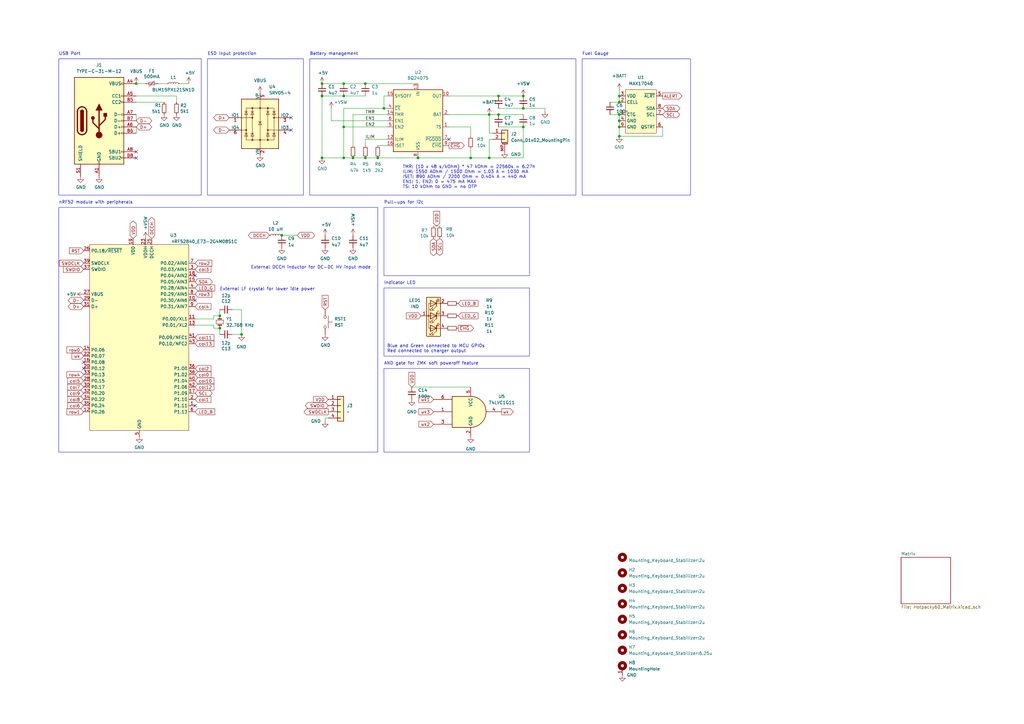
<source format=kicad_sch>
(kicad_sch (version 20231120) (generator "eeschema") (generator_version "8.0")
  (paper "A3")
  (lib_symbols
    (symbol "74xGxx:74LVC1G11"
      (property "Reference" "U" (at -5.08 10.16 0))
      (property "Value" "74LVC1G11" (at 7.62 -10.16 0))
      (symbol "74LVC1G11_1_1"
        (pin input line (at -15.24 0 0) (length 7.62) (name "~") (number "1"))
        (pin power_in line (at 0 -10.16 90) (length 3.81) (name "GND") (number "2"))
        (pin input line (at -15.24 -5.08 0) (length 7.62) (name "~") (number "3"))
        (pin output line (at 12.7 0 180) (length 6.35) (name "~") (number "4"))
        (pin power_in line (at 0 10.16 270) (length 3.81) (name "VCC") (number "5"))
        (pin input line (at -15.24 5.08 0) (length 7.62) (name "~") (number "6"))
      )
    )
    (symbol "Battery_Management:BQ24075RGT"
      (property "Reference" "U" (at -8.89 13.97 0))
      (property "Value" "BQ24075RGT" (at 16.51 13.97 0))
      (symbol "BQ24075RGT_1_1"
        (pin passive line (at 12.7 -2.54 180) (length 2.54) (name "TS") (number "1"))
        (pin power_out line (at 12.7 10.16 180) (length 2.54) (name "OUT") (number "10"))
        (pin passive line (at 12.7 10.16 180) (length 2.54) hide (name "OUT") (number "11"))
        (pin passive line (at -12.7 -7.62 0) (length 2.54) (name "ILIM") (number "12"))
        (pin power_in line (at 0 15.24 270) (length 2.54) (name "IN") (number "13"))
        (pin input line (at -12.7 2.54 0) (length 2.54) (name "TMR") (number "14"))
        (pin input line (at -12.7 10.16 0) (length 2.54) (name "SYSOFF") (number "15"))
        (pin passive line (at -12.7 -10.16 0) (length 2.54) (name "ISET") (number "16"))
        (pin passive line (at 0 -15.24 90) (length 2.54) hide (name "VSS") (number "17"))
        (pin power_out line (at 12.7 2.54 180) (length 2.54) (name "BAT") (number "2"))
        (pin passive line (at 12.7 2.54 180) (length 2.54) hide (name "BAT") (number "3"))
        (pin input line (at -12.7 5.08 0) (length 2.54) (name "~{CE}") (number "4"))
        (pin input line (at -12.7 -2.54 0) (length 2.54) (name "EN2") (number "5"))
        (pin input line (at -12.7 0 0) (length 2.54) (name "EN1") (number "6"))
        (pin open_collector line (at 12.7 -7.62 180) (length 2.54) (name "~{PGOOD}") (number "7"))
        (pin power_in line (at 0 -15.24 90) (length 2.54) (name "VSS") (number "8"))
        (pin open_collector line (at 12.7 -10.16 180) (length 2.54) (name "~{CHG}") (number "9"))
      )
    )
    (symbol "Connector:USB_C_Receptacle_USB2.0" (pin_names (offset 1.016))
      (property "Reference" "J" (at -10.16 19.05 0))
      (property "Value" "USB_C_Receptacle_USB2.0" (at 19.05 19.05 0))
      (symbol "USB_C_Receptacle_USB2.0_1_1"
        (pin passive line (at 0 -22.86 90) (length 5.08) (name "GND") (number "A1"))
        (pin passive line (at 0 -22.86 90) (length 5.08) hide (name "GND") (number "A12"))
        (pin passive line (at 15.24 15.24 180) (length 5.08) (name "VBUS") (number "A4"))
        (pin bidirectional line (at 15.24 10.16 180) (length 5.08) (name "CC1") (number "A5"))
        (pin bidirectional line (at 15.24 -2.54 180) (length 5.08) (name "D+") (number "A6"))
        (pin bidirectional line (at 15.24 2.54 180) (length 5.08) (name "D-") (number "A7"))
        (pin bidirectional line (at 15.24 -12.7 180) (length 5.08) (name "SBU1") (number "A8"))
        (pin passive line (at 15.24 15.24 180) (length 5.08) hide (name "VBUS") (number "A9"))
        (pin passive line (at 0 -22.86 90) (length 5.08) hide (name "GND") (number "B1"))
        (pin passive line (at 0 -22.86 90) (length 5.08) hide (name "GND") (number "B12"))
        (pin passive line (at 15.24 15.24 180) (length 5.08) hide (name "VBUS") (number "B4"))
        (pin bidirectional line (at 15.24 7.62 180) (length 5.08) (name "CC2") (number "B5"))
        (pin bidirectional line (at 15.24 -5.08 180) (length 5.08) (name "D+") (number "B6"))
        (pin bidirectional line (at 15.24 0 180) (length 5.08) (name "D-") (number "B7"))
        (pin bidirectional line (at 15.24 -15.24 180) (length 5.08) (name "SBU2") (number "B8"))
        (pin passive line (at 15.24 15.24 180) (length 5.08) hide (name "VBUS") (number "B9"))
        (pin passive line (at -7.62 -22.86 90) (length 5.08) (name "SHIELD") (number "S1"))
      )
    )
    (symbol "Connector_Generic:Conn_01x04" (pin_names (offset 1.016) hide)
      (property "Reference" "J" (at 0 5.08 0))
      (property "Value" "Conn_01x04" (at 0 -7.62 0))
      (symbol "Conn_01x04_1_1"
        (pin passive line (at -5.08 2.54 0) (length 3.81) (name "Pin_1") (number "1"))
        (pin passive line (at -5.08 0 0) (length 3.81) (name "Pin_2") (number "2"))
        (pin passive line (at -5.08 -2.54 0) (length 3.81) (name "Pin_3") (number "3"))
        (pin passive line (at -5.08 -5.08 0) (length 3.81) (name "Pin_4") (number "4"))
      )
    )
    (symbol "Connector_Generic_MountingPin:Conn_01x02_MountingPin" (pin_names (offset 1.016) hide)
      (property "Reference" "J" (at 0 2.54 0))
      (property "Value" "Conn_01x02_MountingPin" (at 1.27 -5.08 0))
      (symbol "Conn_01x02_MountingPin_1_1"
        (text "Mounting" (at 0 -4.191 0) (effects (font (size 0.381 0.381))))
        (pin passive line (at -5.08 0 0) (length 3.81) (name "Pin_1") (number "1"))
        (pin passive line (at -5.08 -2.54 0) (length 3.81) (name "Pin_2") (number "2"))
        (pin passive line (at 0 -7.62 90) (length 3.048) (name "MountPin") (number "MP"))
      )
    )
    (symbol "Device:C_Small" (pin_numbers hide) (pin_names (offset 0.254) hide)
      (property "Reference" "C" (at 0.254 1.778 0))
      (property "Value" "C_Small" (at 0.254 -2.032 0))
      (symbol "C_Small_1_1"
        (pin passive line (at 0 2.54 270) (length 2.032) (name "~") (number "1"))
        (pin passive line (at 0 -2.54 90) (length 2.032) (name "~") (number "2"))
      )
    )
    (symbol "Device:Crystal_Small" (pin_numbers hide) (pin_names (offset 1.016) hide)
      (property "Reference" "Y" (at 0 2.54 0))
      (property "Value" "Crystal_Small" (at 0 -2.54 0))
      (symbol "Crystal_Small_1_1"
        (pin passive line (at -2.54 0 0) (length 1.27) (name "1") (number "1"))
        (pin passive line (at 2.54 0 180) (length 1.27) (name "2") (number "2"))
      )
    )
    (symbol "Device:L_Small" (pin_numbers hide) (pin_names (offset 0.254) hide)
      (property "Reference" "L" (at 0.762 1.016 0))
      (property "Value" "L_Small" (at 0.762 -1.016 0))
      (symbol "L_Small_1_1"
        (pin passive line (at 0 2.54 270) (length 0.508) (name "~") (number "1"))
        (pin passive line (at 0 -2.54 90) (length 0.508) (name "~") (number "2"))
      )
    )
    (symbol "Device:Polyfuse_Small" (pin_numbers hide) (pin_names (offset 0))
      (property "Reference" "F" (at -1.905 0 90))
      (property "Value" "Polyfuse_Small" (at 1.905 0 90))
      (symbol "Polyfuse_Small_1_1"
        (pin passive line (at 0 2.54 270) (length 0.635) (name "~") (number "1"))
        (pin passive line (at 0 -2.54 90) (length 0.635) (name "~") (number "2"))
      )
    )
    (symbol "Device:R_Small" (pin_numbers hide) (pin_names (offset 0.254) hide)
      (property "Reference" "R" (at 0.762 0.508 0))
      (property "Value" "R_Small" (at 0.762 -1.016 0))
      (symbol "R_Small_1_1"
        (pin passive line (at 0 2.54 270) (length 0.762) (name "~") (number "1"))
        (pin passive line (at 0 -2.54 90) (length 0.762) (name "~") (number "2"))
      )
    )
    (symbol "Mechanical:MountingHole" (pin_names (offset 1.016))
      (property "Reference" "H" (at 0 5.08 0))
      (property "Value" "MountingHole" (at 0 3.175 0))
    )
    (symbol "MountingHole_1" (pin_names (offset 1.016))
      (property "Reference" "H7" (at 2.54 1.2701 0))
      (property "Value" "MountingHole" (at 2.54 -1.2699 0))
      (symbol "MountingHole_1_0_0"
        (text "" (at 5.08 -1.27 0) (effects (font (size 1.27 1.27))))
        (text "" (at 5.08 1.27 0) (effects (font (size 1.27 1.27))))
      )
      (symbol "MountingHole_1_1_1"
        (pin input line (at 0 -3.81 90) (length 2.54) (name "") (number "1"))
      )
    )
    (symbol "PCM_marbastlib-various:LED_MHT151RGBCT" (pin_names (offset 0) hide)
      (property "Reference" "LED" (at 0 9.398 0))
      (property "Value" "LED_MHT151RGBCT" (at 0 -8.89 0))
      (symbol "LED_MHT151RGBCT_0_0"
        (text "B" (at -1.905 -6.35 0) (effects (font (size 1.27 1.27))))
        (text "G" (at -1.905 -1.27 0) (effects (font (size 1.27 1.27))))
        (text "R" (at -1.905 3.81 0) (effects (font (size 1.27 1.27))))
      )
      (symbol "LED_MHT151RGBCT_1_1"
        (pin passive line (at 5.08 0 180) (length 2.54) (name "A") (number "1"))
        (pin passive line (at -5.08 -5.08 0) (length 2.54) (name "BK") (number "2"))
        (pin passive line (at -5.08 0 0) (length 2.54) (name "GK") (number "3"))
        (pin passive line (at -5.08 5.08 0) (length 2.54) (name "RK") (number "4"))
      )
    )
    (symbol "PCM_marbastlib-various:SRV05-4" (pin_names (offset 0))
      (property "Reference" "U" (at -5.08 11.43 0))
      (property "Value" "SRV05-4" (at 2.54 11.43 0))
      (symbol "SRV05-4_1_1"
        (pin passive line (at -12.7 2.54 0) (length 5.08) (name "IO1") (number "1"))
        (pin passive line (at 0 -12.7 90) (length 2.54) (name "VN") (number "2"))
        (pin passive line (at 12.7 2.54 180) (length 5.08) (name "IO2") (number "3"))
        (pin passive line (at 12.7 -2.54 180) (length 5.08) (name "IO3") (number "4"))
        (pin passive line (at 0 12.7 270) (length 2.54) (name "VP") (number "5"))
        (pin passive line (at -12.7 -2.54 0) (length 5.08) (name "IO4") (number "6"))
      )
    )
    (symbol "PCM_marbastlib-various:nRF52840_E73-2G4M08S1C"
      (property "Reference" "U" (at 13.97 41.91 0))
      (property "Value" "nRF52840_E73-2G4M08S1C" (at 26.67 39.37 0))
      (symbol "nRF52840_E73-2G4M08S1C_0_0"
        (pin bidirectional line (at 22.86 -27.94 180) (length 2.54) (name "P1.11") (number "1"))
        (pin power_in line (at 22.86 15.24 180) (length 2.54) (name "P0.30/AIN6") (number "10"))
        (pin bidirectional line (at 22.86 7.62 180) (length 2.54) (name "P0.00/XL1") (number "11"))
        (pin bidirectional line (at -22.86 -30.48 0) (length 2.54) (name "P0.26") (number "12"))
        (pin bidirectional line (at 22.86 5.08 180) (length 2.54) (name "P0.01/XL2") (number "13"))
        (pin bidirectional line (at -22.86 -5.08 0) (length 2.54) (name "P0.06") (number "14"))
        (pin bidirectional line (at 22.86 22.86 180) (length 2.54) (name "P0.05/AIN3") (number "15"))
        (pin bidirectional line (at -22.86 -10.16 0) (length 2.54) (name "P0.08") (number "16"))
        (pin bidirectional line (at 22.86 -22.86 180) (length 2.54) (name "P1.09") (number "17"))
        (pin bidirectional line (at 22.86 25.4 180) (length 2.54) (name "P0.04/AIN2") (number "18"))
        (pin bidirectional line (at -2.54 40.64 270) (length 2.54) (name "VDD") (number "19"))
        (pin bidirectional line (at 22.86 -25.4 180) (length 2.54) (name "P1.10") (number "2"))
        (pin bidirectional line (at -22.86 -12.7 0) (length 2.54) (name "P0.12") (number "20"))
        (pin bidirectional line (at -22.86 -7.62 0) (length 2.54) (name "P0.07") (number "22"))
        (pin bidirectional line (at 2.54 40.64 270) (length 2.54) (name "VDDH") (number "23"))
        (pin bidirectional line (at 5.08 40.64 270) (length 2.54) (name "DCCH") (number "25"))
        (pin input line (at -22.86 17.78 0) (length 2.54) (name "VBUS") (number "27"))
        (pin bidirectional line (at -22.86 -17.78 0) (length 2.54) (name "P0.15") (number "28"))
        (pin bidirectional line (at -22.86 15.24 0) (length 2.54) (name "D-") (number "29"))
        (pin bidirectional line (at 22.86 27.94 180) (length 2.54) (name "P0.03/AIN1") (number "3"))
        (pin bidirectional line (at -22.86 -20.32 0) (length 2.54) (name "P0.17") (number "30"))
        (pin bidirectional line (at -22.86 12.7 0) (length 2.54) (name "D+") (number "31"))
        (pin bidirectional line (at -22.86 -22.86 0) (length 2.54) (name "P0.20") (number "32"))
        (pin bidirectional line (at -22.86 -15.24 0) (length 2.54) (name "P0.13") (number "33"))
        (pin bidirectional line (at -22.86 -25.4 0) (length 2.54) (name "P0.22") (number "34"))
        (pin bidirectional line (at -22.86 -27.94 0) (length 2.54) (name "P0.24") (number "35"))
        (pin bidirectional line (at 22.86 -12.7 180) (length 2.54) (name "P1.00") (number "36"))
        (pin bidirectional line (at -22.86 27.94 0) (length 2.54) (name "SWDIO") (number "37"))
        (pin bidirectional line (at 22.86 -15.24 180) (length 2.54) (name "P1.02") (number "38"))
        (pin power_in line (at -22.86 30.48 0) (length 2.54) (name "SWDCLK") (number "39"))
        (pin bidirectional line (at 22.86 20.32 180) (length 2.54) (name "P0.28/AIN4") (number "4"))
        (pin bidirectional line (at 22.86 -17.78 180) (length 2.54) (name "P1.04") (number "40"))
        (pin bidirectional line (at 22.86 0 180) (length 2.54) (name "P0.09/NFC1") (number "41"))
        (pin power_in line (at 22.86 -20.32 180) (length 2.54) (name "P1.06") (number "42"))
        (pin power_in line (at 22.86 -2.54 180) (length 2.54) (name "P0.10/NFC2") (number "43"))
        (pin bidirectional line (at 22.86 -30.48 180) (length 2.54) (name "P1.13") (number "6"))
        (pin bidirectional line (at 22.86 30.48 180) (length 2.54) (name "P0.02/AIN0") (number "7"))
        (pin bidirectional line (at 22.86 17.78 180) (length 2.54) (name "P0.29/AIN5") (number "8"))
        (pin power_in line (at 22.86 12.7 180) (length 2.54) (name "P0.31/AIN7") (number "9"))
      )
      (symbol "nRF52840_E73-2G4M08S1C_1_0"
        (pin passive line (at 0 -40.64 90) (length 2.54) hide (name "GND") (number "21"))
        (pin passive line (at 0 -40.64 90) (length 2.54) hide (name "GND") (number "24"))
        (pin bidirectional line (at -22.86 35.56 0) (length 2.54) (name "P0.18/~{RESET}") (number "26"))
        (pin power_in line (at 0 -40.64 90) (length 2.54) (name "GND") (number "5"))
      )
    )
    (symbol "Switch:SW_Push" (pin_numbers hide) (pin_names (offset 1.016) hide)
      (property "Reference" "SW" (at 1.27 2.54 0))
      (property "Value" "SW_Push" (at 0 -1.524 0))
      (symbol "SW_Push_0_1"
        (pin passive line (at -5.08 0 0) (length 2.54) (name "1") (number "1"))
        (pin passive line (at 5.08 0 180) (length 2.54) (name "2") (number "2"))
      )
    )
    (symbol "marbastlib-various:MAX17048"
      (property "Reference" "U" (at 0 10.16 0))
      (property "Value" "MAX17048" (at 0 -10.16 0))
      (symbol "MAX17048_0_0"
        (pin power_in line (at -8.89 -1.27 0) (length 2.54) (name "CTG") (number "1"))
        (pin power_in line (at -8.89 3.81 0) (length 2.54) (name "CELL") (number "2"))
        (pin power_in line (at -8.89 6.35 0) (length 2.54) (name "VDD") (number "3"))
        (pin power_in line (at -8.89 -3.81 0) (length 2.54) (name "GND") (number "4"))
        (pin open_collector line (at 8.89 6.35 180) (length 2.54) (name "~{ALRT}") (number "5"))
        (pin input line (at 8.89 -6.35 180) (length 2.54) (name "QSTRT") (number "6"))
        (pin bidirectional line (at 8.89 -1.27 180) (length 2.54) (name "SCL") (number "7"))
        (pin bidirectional line (at 8.89 1.27 180) (length 2.54) (name "SDA") (number "8"))
        (pin power_in line (at -8.89 -6.35 0) (length 2.54) (name "GND") (number "9"))
      )
    )
    (symbol "power:+5V" (power) (pin_names (offset 0))
      (property "Value" "+5V" (at 0 3.556 0))
      (symbol "+5V_1_1"
        (pin power_in line (at 0 0 90) (length 0) hide (name "+5V") (number "1"))
      )
    )
    (symbol "power:+BATT" (power) (pin_names (offset 0))
      (property "Value" "+BATT" (at 0 3.556 0))
      (symbol "+BATT_1_1"
        (pin power_in line (at 0 0 90) (length 0) hide (name "+BATT") (number "1"))
      )
    )
    (symbol "power:+VSW" (power) (pin_names (offset 0))
      (property "Value" "+VSW" (at 0 3.556 0))
      (symbol "+VSW_1_1"
        (pin power_in line (at 0 0 90) (length 0) hide (name "+VSW") (number "1"))
      )
    )
    (symbol "power:GND" (power) (pin_names (offset 0))
      (property "Value" "GND" (at 0 -3.81 0))
      (symbol "GND_1_1"
        (pin power_in line (at 0 0 270) (length 0) hide (name "GND") (number "1"))
      )
    )
    (symbol "power:VBUS" (power) (pin_names (offset 0))
      (property "Value" "VBUS" (at 0 3.81 0))
      (symbol "VBUS_1_1"
        (pin power_in line (at 0 0 90) (length 0) hide (name "VBUS") (number "1"))
      )
    )
  )
  (junction (at 254 41.91))
  (junction (at 200.66 46.99))
  (junction (at 140.97 34.29))
  (junction (at 254 55.88))
  (junction (at 149.86 64.77) (diameter 0.9144))
  (junction (at 115.57 96.52))
  (junction (at 214.63 39.37))
  (junction (at 140.97 64.77) (diameter 0.9144))
  (junction (at 204.47 46.99) (diameter 0.9144))
  (junction (at 140.97 39.37))
  (junction (at 254 49.53))
  (junction (at 254 39.37))
  (junction (at 90.17 134.62))
  (junction (at 171.45 64.77) (diameter 0.9144))
  (junction (at 55.88 34.29))
  (junction (at 154.94 64.77) (diameter 0.9144))
  (junction (at 200.66 64.77))
  (junction (at 254 52.07))
  (junction (at 204.47 39.37) (diameter 0.9144))
  (junction (at 132.08 39.37))
  (junction (at 99.06 137.16))
  (junction (at 132.08 64.77) (diameter 0.9144))
  (junction (at 149.86 34.29))
  (junction (at 90.17 129.54))
  (junction (at 214.63 44.45) (diameter 0.9144))
  (junction (at 254 46.99))
  (junction (at 140.97 52.07) (diameter 0.9144))
  (junction (at 214.63 52.07) (diameter 0.9144))
  (junction (at 157.48 44.45))
  (junction (at 193.04 64.77))
  (junction (at 144.78 64.77) (diameter 0.9144))
  (junction (at 132.08 34.29))
  (no_connect (at 34.29 148.59))
  (no_connect (at 34.29 151.13))
  (no_connect (at 119.38 48.26))
  (no_connect (at 80.01 166.37))
  (no_connect (at 119.38 53.34))
  (no_connect (at 80.01 113.03))
  (no_connect (at 80.01 123.19))
  (no_connect (at 55.88 62.23))
  (no_connect (at 55.88 64.77))
  (no_connect (at 184.15 57.15))
  (wire (pts (xy 154.94 64.77) (xy 171.45 64.77)))
  (wire (pts (xy 204.47 39.37) (xy 214.63 39.37)))
  (wire (pts (xy 95.25 127) (xy 99.06 127)))
  (wire (pts (xy 254 52.07) (xy 254 55.88)))
  (wire (pts (xy 250.19 46.99) (xy 254 46.99)))
  (wire (pts (xy 87.63 130.81) (xy 87.63 129.54)))
  (wire (pts (xy 254 36.83) (xy 254 39.37)))
  (wire (pts (xy 168.91 158.75) (xy 193.04 158.75)))
  (wire (pts (xy 250.19 41.91) (xy 254 41.91)))
  (wire (pts (xy 223.52 45.72) (xy 223.52 44.45)))
  (wire (pts (xy 140.97 64.77) (xy 144.78 64.77)))
  (wire (pts (xy 144.78 46.99) (xy 158.75 46.99)))
  (wire (pts (xy 64.77 34.29) (xy 68.58 34.29)))
  (wire (pts (xy 271.78 52.07) (xy 271.78 55.88)))
  (wire (pts (xy 200.66 46.99) (xy 200.66 54.61)))
  (wire (pts (xy 133.35 171.45) (xy 134.62 171.45)))
  (wire (pts (xy 140.97 34.29) (xy 149.86 34.29)))
  (wire (pts (xy 193.04 60.96) (xy 193.04 64.77)))
  (wire (pts (xy 149.86 57.15) (xy 158.75 57.15)))
  (wire (pts (xy 184.15 52.07) (xy 193.04 52.07)))
  (wire (pts (xy 200.66 57.15) (xy 200.66 64.77)))
  (wire (pts (xy 135.89 49.53) (xy 158.75 49.53)))
  (wire (pts (xy 193.04 64.77) (xy 200.66 64.77)))
  (wire (pts (xy 201.93 54.61) (xy 200.66 54.61)))
  (wire (pts (xy 55.88 49.53) (xy 55.88 46.99)))
  (wire (pts (xy 144.78 46.99) (xy 144.78 59.69)))
  (wire (pts (xy 132.08 34.29) (xy 140.97 34.29)))
  (wire (pts (xy 133.35 172.72) (xy 133.35 171.45)))
  (wire (pts (xy 204.47 52.07) (xy 214.63 52.07)))
  (wire (pts (xy 157.48 39.37) (xy 157.48 44.45)))
  (wire (pts (xy 200.66 46.99) (xy 204.47 46.99)))
  (wire (pts (xy 271.78 55.88) (xy 254 55.88)))
  (wire (pts (xy 132.08 64.77) (xy 132.08 39.37)))
  (wire (pts (xy 149.86 64.77) (xy 154.94 64.77)))
  (wire (pts (xy 157.48 39.37) (xy 158.75 39.37)))
  (wire (pts (xy 55.88 52.07) (xy 55.88 54.61)))
  (wire (pts (xy 201.93 57.15) (xy 200.66 57.15)))
  (wire (pts (xy 144.78 64.77) (xy 149.86 64.77)))
  (wire (pts (xy 140.97 44.45) (xy 157.48 44.45)))
  (wire (pts (xy 99.06 127) (xy 99.06 137.16)))
  (wire (pts (xy 115.57 96.52) (xy 121.92 96.52)))
  (wire (pts (xy 132.08 64.77) (xy 140.97 64.77)))
  (wire (pts (xy 154.94 59.69) (xy 158.75 59.69)))
  (wire (pts (xy 55.88 34.29) (xy 59.69 34.29)))
  (wire (pts (xy 95.25 137.16) (xy 99.06 137.16)))
  (wire (pts (xy 140.97 39.37) (xy 149.86 39.37)))
  (wire (pts (xy 184.15 46.99) (xy 200.66 46.99)))
  (wire (pts (xy 55.88 41.91) (xy 67.31 41.91)))
  (wire (pts (xy 80.01 133.35) (xy 87.63 133.35)))
  (wire (pts (xy 254 49.53) (xy 254 52.07)))
  (wire (pts (xy 72.39 39.37) (xy 72.39 41.91)))
  (wire (pts (xy 73.66 34.29) (xy 77.47 34.29)))
  (wire (pts (xy 80.01 130.81) (xy 87.63 130.81)))
  (wire (pts (xy 149.86 57.15) (xy 149.86 59.69)))
  (wire (pts (xy 140.97 52.07) (xy 158.75 52.07)))
  (wire (pts (xy 204.47 44.45) (xy 214.63 44.45)))
  (wire (pts (xy 55.88 39.37) (xy 72.39 39.37)))
  (wire (pts (xy 149.86 34.29) (xy 171.45 34.29)))
  (wire (pts (xy 135.89 49.53) (xy 135.89 44.45)))
  (wire (pts (xy 140.97 44.45) (xy 140.97 52.07)))
  (wire (pts (xy 223.52 44.45) (xy 214.63 44.45)))
  (wire (pts (xy 177.8 92.71) (xy 180.34 92.71)))
  (wire (pts (xy 140.97 52.07) (xy 140.97 64.77)))
  (wire (pts (xy 254 39.37) (xy 254 41.91)))
  (wire (pts (xy 171.45 64.77) (xy 193.04 64.77)))
  (wire (pts (xy 193.04 55.88) (xy 193.04 52.07)))
  (wire (pts (xy 214.63 64.77) (xy 214.63 52.07)))
  (wire (pts (xy 87.63 129.54) (xy 90.17 129.54)))
  (wire (pts (xy 200.66 64.77) (xy 214.63 64.77)))
  (wire (pts (xy 254 46.99) (xy 254 49.53)))
  (wire (pts (xy 157.48 44.45) (xy 158.75 44.45)))
  (wire (pts (xy 87.63 133.35) (xy 87.63 134.62)))
  (wire (pts (xy 132.08 39.37) (xy 140.97 39.37)))
  (wire (pts (xy 184.15 39.37) (xy 204.47 39.37)))
  (wire (pts (xy 204.47 46.99) (xy 214.63 46.99)))
  (wire (pts (xy 90.17 134.62) (xy 90.17 137.16)))
  (wire (pts (xy 90.17 127) (xy 90.17 129.54)))
  (wire (pts (xy 87.63 134.62) (xy 90.17 134.62)))
  (rectangle (start 85.09 24.13) (end 124.46 80.01))
  (rectangle (start 157.48 118.11) (end 217.17 146.05))
  (rectangle (start 157.48 85.09) (end 217.17 113.03))
  (rectangle (start 238.76 24.13) (end 283.21 80.01))
  (rectangle (start 157.48 151.13) (end 217.17 185.42))
  (rectangle (start 24.13 85.09) (end 154.94 185.42))
  (rectangle (start 24.13 24.13) (end 82.55 80.01))
  (rectangle (start 127 24.13) (end 236.22 80.01))
  (text "Blue and Green connected to MCU GPIOs\nRed connected to charger output" (at 158.75 144.78 0) (effects (font (size 1.27 1.27)) (justify left bottom)))
  (text "AND gate for ZMK soft poweroff feature" (at 157.48 149.86 0) (effects (font (size 1.27 1.27)) (justify left bottom)))
  (text "Fuel Gauge" (at 238.76 22.86 0) (effects (font (size 1.27 1.27)) (justify left bottom)))
  (text "USB Port" (at 24.13 22.86 0) (effects (font (size 1.27 1.27)) (justify left bottom)))
  (text "TMR: (10 x 48 s/kOhm) * 47 kOhm = 22560s = 6.27h\nILIM: 1550 AOhm / 1500 Ohm = 1.03 A = 1030 mA\nISET: 890 AOhm / 2200 Ohm = 0.404 A = 440 mA\nEN1: 1, EN2: 0 = 475 mA MAX\nTS: 10 kOhm to GND = no OTP" (at 165.1 77.47 0) (effects (font (size 1.27 1.27)) (justify left bottom)))
  (text "External DCCH inductor for DC-DC HV input mode" (at 102.87 110.49 0) (effects (font (size 1.27 1.27)) (justify left bottom)))
  (text "Indicator LED" (at 157.48 116.84 0) (effects (font (size 1.27 1.27)) (justify left bottom)))
  (text "External LF crystal for lower idle power" (at 90.17 119.38 0) (effects (font (size 1.27 1.27)) (justify left bottom)))
  (text "Pull-ups for i2c" (at 157.48 83.82 0) (effects (font (size 1.27 1.27)) (justify left bottom)))
  (text "ESD input protection" (at 85.09 22.86 0) (effects (font (size 1.27 1.27)) (justify left bottom)))
  (text "nRF52 module with peripherals" (at 24.13 83.82 0) (effects (font (size 1.27 1.27)) (justify left bottom)))
  (text "Battery management" (at 127 22.86 0) (effects (font (size 1.27 1.27)) (justify left bottom)))
  (label "ILIM" (at 149.86 57.15 0))
  (label "EN1" (at 149.86 49.53 0))
  (label "TMR" (at 149.86 46.99 0))
  (label "EN2" (at 149.86 52.07 0))
  (global_label "wk" (shape output) (at 205.74 168.91 0) (property "Intersheetrefs" "${INTERSHEET_REFS}" (effects (hide yes))))
  (global_label "VDD" (shape bidirectional) (at 121.92 96.52 0) (property "Intersheetrefs" "${INTERSHEET_REFS}" (effects (hide yes))))
  (global_label "row4" (shape input) (at 34.29 153.67 180) (property "Intersheetrefs" "${INTERSHEET_REFS}" (effects (hide yes))))
  (global_label "SDA" (shape bidirectional) (at 177.8 97.79 270) (property "Intersheetrefs" "${INTERSHEET_REFS}" (effects (hide yes))))
  (global_label "D+" (shape bidirectional) (at 34.29 125.73 180) (property "Intersheetrefs" "${INTERSHEET_REFS}" (effects (hide yes))))
  (global_label "VDD" (shape input) (at 172.72 129.54 180) (property "Intersheetrefs" "${INTERSHEET_REFS}" (effects (hide yes))))
  (global_label "LED_B" (shape input) (at 187.96 124.46 0) (property "Intersheetrefs" "${INTERSHEET_REFS}" (effects (hide yes))))
  (global_label "~{CHG}" (shape output) (at 187.96 134.62 0) (property "Intersheetrefs" "${INTERSHEET_REFS}" (effects (hide yes))))
  (global_label "row2" (shape input) (at 80.01 107.95 0) (property "Intersheetrefs" "${INTERSHEET_REFS}" (effects (hide yes))))
  (global_label "SWDIO" (shape input) (at 34.29 110.49 180) (property "Intersheetrefs" "${INTERSHEET_REFS}" (effects (hide yes))))
  (global_label "col6" (shape input) (at 34.29 166.37 180) (property "Intersheetrefs" "${INTERSHEET_REFS}" (effects (hide yes))))
  (global_label "row0" (shape input) (at 34.29 143.51 180) (property "Intersheetrefs" "${INTERSHEET_REFS}" (effects (hide yes))))
  (global_label "DCCH" (shape bidirectional) (at 62.23 97.79 90) (property "Intersheetrefs" "${INTERSHEET_REFS}" (effects (hide yes))))
  (global_label "RST" (shape input) (at 34.29 102.87 180) (property "Intersheetrefs" "${INTERSHEET_REFS}" (effects (hide yes))))
  (global_label "SDA" (shape bidirectional) (at 271.78 44.45 0) (property "Intersheetrefs" "${INTERSHEET_REFS}" (effects (hide yes))))
  (global_label "wk3" (shape input) (at 177.8 168.91 180) (property "Intersheetrefs" "${INTERSHEET_REFS}" (effects (hide yes))))
  (global_label "row3" (shape input) (at 80.01 120.65 0) (property "Intersheetrefs" "${INTERSHEET_REFS}" (effects (hide yes))))
  (global_label "SCL" (shape bidirectional) (at 80.01 161.29 0) (property "Intersheetrefs" "${INTERSHEET_REFS}" (effects (hide yes))))
  (global_label "~{CHG}" (shape output) (at 184.15 59.69 0) (property "Intersheetrefs" "${INTERSHEET_REFS}" (effects (hide yes))))
  (global_label "LED_G" (shape input) (at 80.01 118.11 0) (property "Intersheetrefs" "${INTERSHEET_REFS}" (effects (hide yes))))
  (global_label "SWDIO" (shape bidirectional) (at 134.62 166.37 180) (property "Intersheetrefs" "${INTERSHEET_REFS}" (effects (hide yes))))
  (global_label "LED_G" (shape input) (at 187.96 129.54 0) (property "Intersheetrefs" "${INTERSHEET_REFS}" (effects (hide yes))))
  (global_label "col13" (shape input) (at 80.01 140.97 0) (property "Intersheetrefs" "${INTERSHEET_REFS}" (effects (hide yes))))
  (global_label "col2" (shape input) (at 80.01 151.13 0) (property "Intersheetrefs" "${INTERSHEET_REFS}" (effects (hide yes))))
  (global_label "VDD" (shape input) (at 168.91 158.75 90) (property "Intersheetrefs" "${INTERSHEET_REFS}" (effects (hide yes))))
  (global_label "col0" (shape input) (at 80.01 153.67 0) (property "Intersheetrefs" "${INTERSHEET_REFS}" (effects (hide yes))))
  (global_label "wk" (shape input) (at 34.29 146.05 180) (property "Intersheetrefs" "${INTERSHEET_REFS}" (effects (hide yes))))
  (global_label "VDD" (shape bidirectional) (at 54.61 97.79 90) (property "Intersheetrefs" "${INTERSHEET_REFS}" (effects (hide yes))))
  (global_label "D+" (shape bidirectional) (at 55.88 52.07 0) (property "Intersheetrefs" "${INTERSHEET_REFS}" (effects (hide yes))))
  (global_label "RST" (shape input) (at 133.35 127 90) (property "Intersheetrefs" "${INTERSHEET_REFS}" (effects (hide yes))))
  (global_label "col10" (shape input) (at 80.01 156.21 0) (property "Intersheetrefs" "${INTERSHEET_REFS}" (effects (hide yes))))
  (global_label "col8" (shape input) (at 34.29 163.83 180) (property "Intersheetrefs" "${INTERSHEET_REFS}" (effects (hide yes))))
  (global_label "col9" (shape input) (at 34.29 161.29 180) (property "Intersheetrefs" "${INTERSHEET_REFS}" (effects (hide yes))))
  (global_label "DCCH" (shape bidirectional) (at 110.49 96.52 180) (property "Intersheetrefs" "${INTERSHEET_REFS}" (effects (hide yes))))
  (global_label "col3" (shape input) (at 80.01 110.49 0) (property "Intersheetrefs" "${INTERSHEET_REFS}" (effects (hide yes))))
  (global_label "row1" (shape input) (at 34.29 168.91 180) (property "Intersheetrefs" "${INTERSHEET_REFS}" (effects (hide yes))))
  (global_label "col1" (shape input) (at 80.01 163.83 0) (property "Intersheetrefs" "${INTERSHEET_REFS}" (effects (hide yes))))
  (global_label "ALERT" (shape output) (at 271.78 39.37 0) (property "Intersheetrefs" "${INTERSHEET_REFS}" (effects (hide yes))))
  (global_label "D-" (shape bidirectional) (at 34.29 123.19 180) (property "Intersheetrefs" "${INTERSHEET_REFS}" (effects (hide yes))))
  (global_label "col11" (shape input) (at 80.01 138.43 0) (property "Intersheetrefs" "${INTERSHEET_REFS}" (effects (hide yes))))
  (global_label "D+" (shape bidirectional) (at 93.98 48.26 180) (property "Intersheetrefs" "${INTERSHEET_REFS}" (effects (hide yes))))
  (global_label "SCL" (shape bidirectional) (at 180.34 97.79 270) (property "Intersheetrefs" "${INTERSHEET_REFS}" (effects (hide yes))))
  (global_label "wk1" (shape input) (at 177.8 163.83 180) (property "Intersheetrefs" "${INTERSHEET_REFS}" (effects (hide yes))))
  (global_label "SCL" (shape bidirectional) (at 271.78 46.99 0) (property "Intersheetrefs" "${INTERSHEET_REFS}" (effects (hide yes))))
  (global_label "VDD" (shape input) (at 134.62 163.83 180) (property "Intersheetrefs" "${INTERSHEET_REFS}" (effects (hide yes))))
  (global_label "VDD" (shape input) (at 179.07 92.71 90) (property "Intersheetrefs" "${INTERSHEET_REFS}" (effects (hide yes))))
  (global_label "SDA" (shape bidirectional) (at 80.01 115.57 0) (property "Intersheetrefs" "${INTERSHEET_REFS}" (effects (hide yes))))
  (global_label "col5" (shape input) (at 34.29 156.21 180) (property "Intersheetrefs" "${INTERSHEET_REFS}" (effects (hide yes))))
  (global_label "col4" (shape input) (at 80.01 125.73 0) (property "Intersheetrefs" "${INTERSHEET_REFS}" (effects (hide yes))))
  (global_label "wk2" (shape input) (at 177.8 173.99 180) (property "Intersheetrefs" "${INTERSHEET_REFS}" (effects (hide yes))))
  (global_label "D-" (shape bidirectional) (at 93.98 53.34 180) (property "Intersheetrefs" "${INTERSHEET_REFS}" (effects (hide yes))))
  (global_label "SWDCLK" (shape input) (at 34.29 107.95 180) (property "Intersheetrefs" "${INTERSHEET_REFS}" (effects (hide yes))))
  (global_label "col7" (shape input) (at 34.29 158.75 180) (property "Intersheetrefs" "${INTERSHEET_REFS}" (effects (hide yes))))
  (global_label "SWDCLK" (shape output) (at 134.62 168.91 180) (property "Intersheetrefs" "${INTERSHEET_REFS}" (effects (hide yes))))
  (global_label "D-" (shape bidirectional) (at 55.88 49.53 0) (property "Intersheetrefs" "${INTERSHEET_REFS}" (effects (hide yes))))
  (global_label "col12" (shape input) (at 80.01 158.75 0) (property "Intersheetrefs" "${INTERSHEET_REFS}" (effects (hide yes))))
  (global_label "LED_B" (shape input) (at 80.01 168.91 0) (property "Intersheetrefs" "${INTERSHEET_REFS}" (effects (hide yes))))
  (symbol (lib_id "PCM_marbastlib-various:SRV05-4") (at 106.68 50.8 0) (unit 1)
    (property "Reference" "U4" (at 110.3061 35.56 0) (effects (justify left)))
    (property "Value" "SRV05-4" (at 110.3061 38.1 0) (effects (justify left)))
    (property "Footprint" "PCM_marbastlib-various:SOT-23-6-routable" (effects (hide yes)))
    (property "Datasheet" "http://www.onsemi.com/pub/Collateral/SRV05-4-D.PDF" (effects (hide yes)))
    (property "LCSC" "C7420376" (effects (hide yes)))
  )
  (symbol (lib_id "power:+5V") (at 77.47 34.29 0) (unit 1)
    (property "Reference" "#PWR09" (effects (hide yes)))
    (property "Value" "+5V" (at 77.851 29.8958 0))
  )
  (symbol (lib_id "Device:C_Small") (at 204.47 41.91 0) (unit 1)
    (property "Reference" "C4" (at 206.8068 40.7416 0) (effects (justify left)))
    (property "Value" "4u7" (at 206.8068 43.053 0) (effects (justify left)))
    (property "Footprint" "Capacitor_SMD:C_0402_1005Metric" (effects (hide yes)))
    (property "LCSC" "C23733" (effects (hide yes)))
    (property "Notes" "X7R, 10%" (effects (hide yes)))
  )
  (symbol (lib_id "power:+VSW") (at 59.69 97.79 0) (unit 1)
    (property "Reference" "#PWR06" (effects (hide yes)))
    (property "Value" "+VSW" (at 59.69 91.44 90))
  )
  (symbol (lib_id "power:+5V") (at 132.08 34.29 0) (unit 1)
    (property "Reference" "#PWR014" (effects (hide yes)))
    (property "Value" "+5V" (at 132.461 29.8958 0))
  )
  (symbol (lib_id "Device:C_Small") (at 133.35 99.06 0) (unit 1)
    (property "Reference" "C10" (at 135.89 97.7962 0) (effects (justify left)))
    (property "Value" "4u7" (at 135.89 100.3362 0) (effects (justify left)))
    (property "Footprint" "Capacitor_SMD:C_0402_1005Metric" (effects (hide yes)))
    (property "Notes" "X7R, 10%" (effects (hide yes)))
    (property "LCSC" "C23733" (effects (hide yes)))
  )
  (symbol (lib_id "Device:R_Small") (at 154.94 62.23 0) (unit 1)
    (property "Reference" "R6" (at 153.67 67.31 0) (effects (justify left)))
    (property "Value" "2k2" (at 153.67 69.85 0) (effects (justify left)))
    (property "Footprint" "Resistor_SMD:R_0402_1005Metric" (effects (hide yes)))
    (property "LCSC" "C25879" (effects (hide yes)))
  )
  (symbol (lib_id "power:GND") (at 72.39 46.99 0) (unit 1)
    (property "Reference" "#PWR08" (effects (hide yes)))
    (property "Value" "GND" (at 72.517 51.3842 0))
  )
  (symbol (lib_id "power:GND") (at 115.57 101.6 0) (unit 1)
    (property "Reference" "#PWR013" (effects (hide yes)))
    (property "Value" "GND" (at 115.57 106.045 0))
  )
  (symbol (lib_id "power:GND") (at 133.35 172.72 0) (unit 1)
    (property "Reference" "#PWR019" (effects (hide yes)))
    (property "Value" "GND" (at 129.54 172.72 0))
  )
  (symbol (lib_id "Device:R_Small") (at 149.86 62.23 0) (unit 1)
    (property "Reference" "R5" (at 148.59 67.31 0) (effects (justify left)))
    (property "Value" "1k5" (at 148.59 69.85 0) (effects (justify left)))
    (property "Footprint" "Resistor_SMD:R_0402_1005Metric" (effects (hide yes)))
    (property "LCSC" "C25867" (effects (hide yes)))
  )
  (symbol (lib_id "Mechanical:MountingHole") (at 255.27 228.6 0) (unit 1) (in_bom no)
    (property "Reference" "H1" (effects (hide yes)))
    (property "Value" "Mounting_Keyboard_Stabilizer:2u" (at 257.81 229.8699 0) (effects (justify left)))
    (property "Footprint" "Mounting_Keyboard_Stabilizer:Stabilizer_Cherry_MX_2u" (effects (hide yes)))
  )
  (symbol (lib_id "Device:R_Small") (at 180.34 95.25 0) (unit 1)
    (property "Reference" "R8" (at 182.88 93.9799 0) (effects (justify left)))
    (property "Value" "10k" (at 182.88 96.5199 0) (effects (justify left)))
    (property "Footprint" "Resistor_SMD:R_0402_1005Metric" (effects (hide yes)))
    (property "LCSC" "C25744" (effects (hide yes)))
  )
  (symbol (lib_id "Battery_Management:BQ24075RGT") (at 171.45 49.53 0) (unit 1)
    (property "Reference" "U2" (at 171.45 29.6926 0))
    (property "Value" "BQ24075" (at 171.45 32.004 0))
    (property "Footprint" "Package_DFN_QFN:VQFN-16-1EP_3x3mm_P0.5mm_EP1.6x1.6mm" (effects (hide yes)))
    (property "Datasheet" "http://www.ti.com/lit/ds/symlink/bq24075.pdf" (effects (hide yes)))
    (property "LCSC" "C15464" (effects (hide yes)))
  )
  (symbol (lib_id "Device:C_Small") (at 214.63 49.53 0) (unit 1)
    (property "Reference" "C8" (at 216.9668 48.3616 0) (effects (justify left)))
    (property "Value" "1u" (at 216.9668 50.673 0) (effects (justify left)))
    (property "Footprint" "Capacitor_SMD:C_0402_1005Metric" (effects (hide yes)))
    (property "LCSC" "C52923" (effects (hide yes)))
    (property "Notes" "X7R, 10%" (effects (hide yes)))
  )
  (symbol (lib_id "power:+BATT") (at 254 36.83 0) (unit 1)
    (property "Reference" "#PWR028" (effects (hide yes)))
    (property "Value" "+BATT" (at 254 31.115 0))
  )
  (symbol (lib_id "Mechanical:MountingHole") (at 255.27 247.65 0) (unit 1) (in_bom no)
    (property "Reference" "H4" (at 257.81 246.3799 0) (effects (justify left)))
    (property "Value" "Mounting_Keyboard_Stabilizer:2u" (at 257.81 248.9199 0) (effects (justify left)))
    (property "Footprint" "Mounting_Keyboard_Stabilizer:Stabilizer_Cherry_MX_2u" (effects (hide yes)))
  )
  (symbol (lib_id "Device:R_Small") (at 72.39 44.45 0) (unit 1)
    (property "Reference" "R2" (at 73.8886 43.2816 0) (effects (justify left)))
    (property "Value" "5k1" (at 73.8886 45.593 0) (effects (justify left)))
    (property "Footprint" "Resistor_SMD:R_0402_1005Metric" (effects (hide yes)))
    (property "LCSC" "C25905" (effects (hide yes)))
  )
  (symbol (lib_id "power:GND") (at 223.52 45.72 0) (unit 1)
    (property "Reference" "#PWR027" (effects (hide yes)))
    (property "Value" "GND" (at 223.647 50.1142 0))
  )
  (symbol (lib_id "Device:C_Small") (at 250.19 44.45 0) (unit 1)
    (property "Reference" "C6" (at 252.73 43.1862 0) (effects (justify left)))
    (property "Value" "100n" (at 252.73 45.7262 0) (effects (justify left)))
    (property "Footprint" "Capacitor_SMD:C_0402_1005Metric" (effects (hide yes)))
    (property "LCSC" "C307331" (effects (hide yes)))
  )
  (symbol (lib_id "power:+BATT") (at 200.66 46.99 0) (unit 1)
    (property "Reference" "#PWR025" (effects (hide yes)))
    (property "Value" "+BATT" (at 200.66 41.91 0))
  )
  (symbol (lib_id "power:GND") (at 67.31 46.99 0) (unit 1)
    (property "Reference" "#PWR07" (effects (hide yes)))
    (property "Value" "GND" (at 67.437 51.3842 0))
  )
  (symbol (lib_id "power:GND") (at 33.02 72.39 0) (unit 1)
    (property "Reference" "#PWR01" (effects (hide yes)))
    (property "Value" "GND" (at 33.147 76.7842 0))
  )
  (symbol (lib_id "Device:R_Small") (at 67.31 44.45 0) (unit 1)
    (property "Reference" "R1" (at 63.5 43.18 0) (effects (justify left)))
    (property "Value" "5k1" (at 62.23 45.72 0) (effects (justify left)))
    (property "Footprint" "Resistor_SMD:R_0402_1005Metric" (effects (hide yes)))
    (property "LCSC" "C25905" (effects (hide yes)))
  )
  (symbol (lib_id "Device:C_Small") (at 168.91 161.29 0) (unit 1)
    (property "Reference" "C14" (at 171.45 160.0262 0) (effects (justify left)))
    (property "Value" "100n" (at 171.45 162.5662 0) (effects (justify left)))
    (property "Footprint" "Capacitor_SMD:C_0402_1005Metric" (effects (hide yes)))
    (property "LCSC" "C307331" (effects (hide yes)))
  )
  (symbol (lib_id "power:GND") (at 254 55.88 0) (unit 1)
    (property "Reference" "#PWR029" (effects (hide yes)))
    (property "Value" "GND" (at 254 60.325 0))
  )
  (symbol (lib_id "Device:R_Small") (at 185.42 129.54 90) (unit 1)
    (property "Reference" "R10" (at 200.66 128.27 90))
    (property "Value" "1k" (at 200.66 130.81 90))
    (property "Footprint" "Resistor_SMD:R_0402_1005Metric" (effects (hide yes)))
    (property "LCSC" "C11702" (effects (hide yes)))
  )
  (symbol (lib_id "power:+VSW") (at 144.78 96.52 0) (unit 1)
    (property "Reference" "#PWR021" (effects (hide yes)))
    (property "Value" "+VSW" (at 144.78 90.17 90))
  )
  (symbol (lib_id "Switch:SW_Push") (at 133.35 132.08 270) (unit 1)
    (property "Reference" "RST1" (at 137.16 130.8099 90) (effects (justify left)))
    (property "Value" "RST" (at 137.16 133.3499 90) (effects (justify left)))
    (property "Footprint" "PCM_marbastlib-various:SW_T1A2QR" (effects (hide yes)))
    (property "LCSC" "C100056" (effects (hide yes)))
  )
  (symbol (lib_id "Device:L_Small") (at 71.12 34.29 90) (unit 1)
    (property "Reference" "L1" (at 71.12 31.75 90))
    (property "Value" "BLM15PX121SN1D" (at 71.12 36.83 90))
    (property "Footprint" "Inductor_SMD:L_0402_1005Metric" (effects (hide yes)))
    (property "LCSC" "C88970" (effects (hide yes)))
  )
  (symbol (lib_id "Device:Polyfuse_Small") (at 62.23 34.29 270) (unit 1)
    (property "Reference" "F1" (at 62.23 29.083 90))
    (property "Value" "500mA" (at 62.23 31.3944 90))
    (property "Footprint" "Fuse:Fuse_0603_1608Metric" (effects (hide yes)))
    (property "LCSC" "C883095" (effects (hide yes)))
  )
  (symbol (lib_id "power:GND") (at 133.35 101.6 0) (unit 1)
    (property "Reference" "#PWR017" (effects (hide yes)))
    (property "Value" "GND" (at 133.35 106.045 0))
  )
  (symbol (lib_id "power:+VSW") (at 214.63 39.37 0) (unit 1)
    (property "Reference" "#PWR026" (effects (hide yes)))
    (property "Value" "+VSW" (at 214.63 34.29 0))
  )
  (symbol (lib_id "Connector_Generic_MountingPin:Conn_01x02_MountingPin") (at 207.01 54.61 0) (unit 1)
    (property "Reference" "J2" (at 209.55 54.9655 0) (effects (justify left)))
    (property "Value" "Conn_01x02_MountingPin" (at 209.55 57.5055 0) (effects (justify left)))
    (property "Footprint" "Connector_Molex:Molex_PicoBlade_53261-0271_1x02-1MP_P1.25mm_Horizontal" (effects (hide yes)))
  )
  (symbol (lib_id "power:GND") (at 106.68 63.5 0) (unit 1)
    (property "Reference" "#PWR012" (effects (hide yes)))
    (property "Value" "GND" (at 106.807 67.8942 0))
  )
  (symbol (lib_name "MountingHole_1") (lib_id "Mechanical:MountingHole") (at 255.27 273.05 0) (unit 1) (in_bom no)
    (property "Reference" "H8" (at 257.81 271.7799 0) (effects (justify left)))
    (property "Value" "MountingHole" (at 257.81 274.3199 0) (effects (justify left)))
    (property "Footprint" "amtra5_outline:60_Outline" (effects (hide yes)))
  )
  (symbol (lib_id "Device:L_Small") (at 113.03 96.52 90) (unit 1)
    (property "Reference" "L2" (at 113.03 91.44 90))
    (property "Value" "10 uH" (at 113.03 93.98 90))
    (property "Footprint" "Inductor_SMD:L_0603_1608Metric" (effects (hide yes)))
    (property "Notes" "80 mA, 20%" (effects (hide yes)))
    (property "LCSC" "C92982" (effects (hide yes)))
  )
  (symbol (lib_id "PCM_marbastlib-various:nRF52840_E73-2G4M08S1C") (at 57.15 138.43 0) (unit 1)
    (property "Reference" "U3" (at 71.12 96.52 0))
    (property "Value" "nRF52840_E73-2G4M08S1C" (at 83.82 99.06 0))
    (property "Footprint" "PCM_marbastlib-various:nRF52840_E73-2G4M08S1C" (effects (hide yes)))
    (property "Datasheet" "https://www.ebyte.com/en/downpdf.aspx?id=445" (effects (hide yes)))
    (property "LCSC" "C356849" (effects (hide yes)))
  )
  (symbol (lib_id "Device:R_Small") (at 144.78 62.23 0) (unit 1)
    (property "Reference" "R4" (at 143.51 67.31 0) (effects (justify left)))
    (property "Value" "47k" (at 143.51 69.85 0) (effects (justify left)))
    (property "Footprint" "Resistor_SMD:R_0402_1005Metric" (effects (hide yes)))
    (property "LCSC" "C25792" (effects (hide yes)))
  )
  (symbol (lib_id "Device:C_Small") (at 92.71 137.16 90) (unit 1)
    (property "Reference" "C13" (at 92.71 142.9766 90))
    (property "Value" "12p" (at 92.71 140.6652 90))
    (property "Footprint" "Capacitor_SMD:C_0402_1005Metric" (effects (hide yes)))
    (property "Notes" "NP0, 2%" (effects (hide yes)))
    (property "LCSC" "C1547" (effects (hide yes)))
  )
  (symbol (lib_id "Device:Crystal_Small") (at 90.17 132.08 90) (unit 1)
    (property "Reference" "Y1" (at 92.71 130.81 90) (effects (justify right)))
    (property "Value" "32.768 KHz" (at 92.71 133.35 90) (effects (justify right)))
    (property "Footprint" "Crystal:Crystal_SMD_2012-2Pin_2.0x1.2mm" (effects (hide yes)))
    (property "Datasheet" "https://datasheet.lcsc.com/szlcsc/KDS-Daishinku-KDS-32-768KHz-12-5PF-20ppm_C93231.pdf" (effects (hide yes)))
    (property "LCSC" "C55208" (effects (hide yes)))
  )
  (symbol (lib_id "Mechanical:MountingHole") (at 255.27 234.95 0) (unit 1) (in_bom no)
    (property "Reference" "H2" (at 257.81 233.6799 0) (effects (justify left)))
    (property "Value" "Mounting_Keyboard_Stabilizer:2u" (at 257.81 236.2199 0) (effects (justify left)))
    (property "Footprint" "Mounting_Keyboard_Stabilizer:Stabilizer_Cherry_MX_2u" (effects (hide yes)))
  )
  (symbol (lib_id "power:+VSW") (at 135.89 44.45 0) (unit 1)
    (property "Reference" "#PWR020" (effects (hide yes)))
    (property "Value" "+VSW" (at 139.7 41.91 0))
  )
  (symbol (lib_id "power:VBUS") (at 55.88 34.29 0) (unit 1)
    (property "Reference" "#PWR04" (effects (hide yes)))
    (property "Value" "VBUS" (at 55.88 29.21 0))
  )
  (symbol (lib_id "Device:C_Small") (at 140.97 36.83 0) (unit 1)
    (property "Reference" "C2" (at 143.51 35.5662 0) (effects (justify left)))
    (property "Value" "4u7" (at 143.51 38.1062 0) (effects (justify left)))
    (property "Footprint" "Capacitor_SMD:C_0402_1005Metric" (effects (hide yes)))
    (property "LCSC" "C23733" (effects (hide yes)))
    (property "Notes" "X7R, 10%" (effects (hide yes)))
  )
  (symbol (lib_id "Device:C_Small") (at 92.71 127 90) (unit 1)
    (property "Reference" "C12" (at 92.71 123.5202 90))
    (property "Value" "12p" (at 92.71 121.2088 90))
    (property "Footprint" "Capacitor_SMD:C_0402_1005Metric" (effects (hide yes)))
    (property "Notes" "NP0, 2%" (effects (hide yes)))
    (property "LCSC" "C1547" (effects (hide yes)))
  )
  (symbol (lib_id "power:GND") (at 168.91 163.83 0) (unit 1)
    (property "Reference" "#PWR023" (effects (hide yes)))
    (property "Value" "GND" (at 168.91 168.91 0))
  )
  (symbol (lib_id "power:VBUS") (at 106.68 38.1 0) (unit 1)
    (property "Reference" "#PWR011" (effects (hide yes)))
    (property "Value" "VBUS" (at 106.68 33.02 0))
  )
  (symbol (lib_id "74xGxx:74LVC1G11") (at 193.04 168.91 0) (unit 1)
    (property "Reference" "U5" (at 205.74 162.5914 0))
    (property "Value" "74LVC1G11" (at 205.74 165.1314 0))
    (property "Footprint" "Package_TO_SOT_SMD:SOT-363_SC-70-6" (effects (hide yes)))
    (property "Datasheet" "http://www.ti.com/lit/sg/scyt129e/scyt129e.pdf" (effects (hide yes)))
  )
  (symbol (lib_id "PCM_marbastlib-various:LED_MHT151RGBCT") (at 177.8 129.54 180) (unit 1)
    (property "Reference" "LED1" (at 170.18 123.19 0))
    (property "Value" "IND" (at 170.18 125.73 0))
    (property "Footprint" "PCM_marbastlib-various:LED_1206R" (effects (hide yes)))
    (property "Datasheet" "https://datasheet.lcsc.com/lcsc/2104121904_MEIHUA-MHT151RGBCT_C409782.pdf" (effects (hide yes)))
    (property "LCSC" "C2802677" (effects (hide yes)))
  )
  (symbol (lib_id "power:+5V") (at 34.29 120.65 90) (unit 1)
    (property "Reference" "#PWR02" (effects (hide yes)))
    (property "Value" "+5V" (at 29.21 120.65 90))
  )
  (symbol (lib_id "power:GND") (at 193.04 179.07 0) (unit 1)
    (property "Reference" "#PWR024" (effects (hide yes)))
    (property "Value" "GND" (at 193.04 184.15 0))
  )
  (symbol (lib_id "Mechanical:MountingHole") (at 255.27 241.3 0) (unit 1) (in_bom no)
    (property "Reference" "H3" (at 257.81 240.0299 0) (effects (justify left)))
    (property "Value" "Mounting_Keyboard_Stabilizer:2u" (at 257.81 242.5699 0) (effects (justify left)))
    (property "Footprint" "Mounting_Keyboard_Stabilizer:Stabilizer_Cherry_MX_2u" (effects (hide yes)))
  )
  (symbol (lib_id "Mechanical:MountingHole") (at 255.27 254 0) (unit 1) (in_bom no)
    (property "Reference" "H5" (at 257.81 252.7299 0) (effects (justify left)))
    (property "Value" "Mounting_Keyboard_Stabilizer:2u" (at 257.81 255.2699 0) (effects (justify left)))
    (property "Footprint" "Mounting_Keyboard_Stabilizer:Stabilizer_Cherry_MX_2u" (effects (hide yes)))
  )
  (symbol (lib_id "Connector_Generic:Conn_01x04") (at 139.7 166.37 0) (unit 1)
    (property "Reference" "J3" (at 142.24 166.37 0) (effects (justify left)))
    (property "Value" "~" (at 142.24 168.91 0) (effects (justify left)))
    (property "Footprint" "Connector_PinSocket_2.54mm:PinSocket_1x04_P2.54mm_Vertical" (effects (hide yes)))
  )
  (symbol (lib_id "Device:R_Small") (at 185.42 134.62 90) (unit 1)
    (property "Reference" "R11" (at 200.66 133.35 90))
    (property "Value" "1k" (at 200.66 135.89 90))
    (property "Footprint" "Resistor_SMD:R_0402_1005Metric" (effects (hide yes)))
    (property "LCSC" "C11702" (effects (hide yes)))
  )
  (symbol (lib_id "Mechanical:MountingHole") (at 255.27 260.35 0) (unit 1) (in_bom no)
    (property "Reference" "H6" (at 257.81 259.0799 0) (effects (justify left)))
    (property "Value" "Mounting_Keyboard_Stabilizer:2u" (at 257.81 261.6199 0) (effects (justify left)))
    (property "Footprint" "Mounting_Keyboard_Stabilizer:Stabilizer_Cherry_MX_2u" (effects (hide yes)))
  )
  (symbol (lib_id "power:+5V") (at 133.35 96.52 0) (unit 1)
    (property "Reference" "#PWR016" (effects (hide yes)))
    (property "Value" "+5V" (at 133.731 92.1258 0))
  )
  (symbol (lib_id "Device:C_Small") (at 115.57 99.06 0) (unit 1)
    (property "Reference" "C9" (at 118.11 97.7962 0) (effects (justify left)))
    (property "Value" "1u" (at 118.11 100.3362 0) (effects (justify left)))
    (property "Footprint" "Capacitor_SMD:C_0402_1005Metric" (effects (hide yes)))
    (property "Notes" "X7R, 10%" (effects (hide yes)))
    (property "LCSC" "C52923" (effects (hide yes)))
  )
  (symbol (lib_id "Mechanical:MountingHole") (at 255.27 266.7 0) (unit 1) (in_bom no)
    (property "Reference" "H7" (at 257.81 265.4299 0) (effects (justify left)))
    (property "Value" "Mounting_Keyboard_Stabilizer:6.25u" (at 257.81 267.9699 0) (effects (justify left)))
    (property "Footprint" "Mounting_Keyboard_Stabilizer:Stabilizer_Cherry_MX_6.25u" (effects (hide yes)))
  )
  (symbol (lib_id "Device:R_Small") (at 185.42 124.46 90) (unit 1)
    (property "Reference" "R9" (at 200.66 123.19 90))
    (property "Value" "1k" (at 200.66 125.73 90))
    (property "Footprint" "Resistor_SMD:R_0402_1005Metric" (effects (hide yes)))
    (property "LCSC" "C11702" (effects (hide yes)))
  )
  (symbol (lib_id "marbastlib-various:MAX17048") (at 262.89 45.72 0) (unit 1)
    (property "Reference" "U1" (at 262.89 31.75 0))
    (property "Value" "MAX17048" (at 262.89 34.29 0))
    (property "Footprint" "Package_DFN_QFN:DFN-8-1EP_2x2mm_P0.5mm_EP0.6x1.2mm" (effects (hide yes)))
    (property "Datasheet" "https://datasheets.maximintegrated.com/en/ds/MAX17048-MAX17049.pdf" (effects (hide yes)))
    (property "LCSC" "C2682616" (effects (hide yes)))
  )
  (symbol (lib_id "power:GND") (at 40.64 72.39 0) (unit 1)
    (property "Reference" "#PWR03" (effects (hide yes)))
    (property "Value" "GND" (at 40.767 76.7842 0))
  )
  (symbol (lib_id "Connector:USB_C_Receptacle_USB2.0") (at 40.64 49.53 0) (unit 1)
    (property "Reference" "J1" (at 40.64 26.67 0))
    (property "Value" "TYPE-C-31-M-12" (at 40.64 29.21 0))
    (property "Footprint" "PCM_marbastlib-various:USB_C_Receptacle_HRO_TYPE-C-31-M-12" (effects (hide yes)))
    (property "Datasheet" "https://www.usb.org/sites/default/files/documents/usb_type-c.zip" (effects (hide yes)))
    (property "LCSC" "C165948" (effects (hide yes)))
  )
  (symbol (lib_id "Device:C_Small") (at 149.86 36.83 0) (unit 1)
    (property "Reference" "C3" (at 152.4 35.5662 0) (effects (justify left)))
    (property "Value" "1u" (at 152.4 38.1062 0) (effects (justify left)))
    (property "Footprint" "Capacitor_SMD:C_0402_1005Metric" (effects (hide yes)))
    (property "LCSC" "C52923" (effects (hide yes)))
    (property "Notes" "X7R, 10%" (effects (hide yes)))
  )
  (symbol (lib_id "Device:R_Small") (at 177.8 95.25 0) (unit 1)
    (property "Reference" "R7" (at 172.72 94.488 0) (effects (justify left)))
    (property "Value" "10k" (at 172.212 96.774 0) (effects (justify left)))
    (property "Footprint" "Resistor_SMD:R_0402_1005Metric" (effects (hide yes)))
    (property "LCSC" "C25744" (effects (hide yes)))
  )
  (symbol (lib_id "power:GND") (at 132.08 64.77 0) (unit 1)
    (property "Reference" "#PWR015" (effects (hide yes)))
    (property "Value" "GND" (at 132.207 69.1642 0))
  )
  (symbol (lib_id "power:GND") (at 133.35 137.16 0) (unit 1)
    (property "Reference" "#PWR018" (effects (hide yes)))
    (property "Value" "GND" (at 133.477 141.5542 0))
  )
  (symbol (lib_id "power:GND") (at 99.06 137.16 0) (unit 1)
    (property "Reference" "#PWR010" (effects (hide yes)))
    (property "Value" "GND" (at 99.06 142.24 0))
  )
  (symbol (lib_id "Device:C_Small") (at 132.08 36.83 0) (unit 1)
    (property "Reference" "C1" (at 134.62 35.5662 0) (effects (justify left)))
    (property "Value" "4u7" (at 134.62 38.1062 0) (effects (justify left)))
    (property "Footprint" "Capacitor_SMD:C_0402_1005Metric" (effects (hide yes)))
    (property "LCSC" "C23733" (effects (hide yes)))
    (property "Notes" "X7R, 10%" (effects (hide yes)))
  )
  (symbol (lib_id "Device:R_Small") (at 193.04 58.42 0) (unit 1)
    (property "Reference" "R3" (at 195.58 57.1499 0) (effects (justify left)))
    (property "Value" "10k" (at 195.58 59.6899 0) (effects (justify left)))
    (property "Footprint" "Resistor_SMD:R_0402_1005Metric" (effects (hide yes)))
    (property "LCSC" "C25744" (effects (hide yes)))
  )
  (symbol (lib_id "power:GND") (at 57.15 179.07 0) (unit 1)
    (property "Reference" "#PWR05" (effects (hide yes)))
    (property "Value" "GND" (at 57.15 183.515 0))
  )
  (symbol (lib_id "power:GND") (at 255.27 276.86 0) (unit 1)
    (property "Reference" "#PWR0101" (effects (hide yes)))
    (property "Value" "GND" (at 259.08 276.86 0))
  )
  (symbol (lib_id "power:GND") (at 207.01 62.23 0) (unit 1)
    (property "Reference" "#PWR031" (effects (hide yes)))
    (property "Value" "GND" (at 209.55 63.3094 0) (effects (justify left)))
  )
  (symbol (lib_id "Device:C_Small") (at 214.63 41.91 0) (unit 1)
    (property "Reference" "C5" (at 216.9668 40.7416 0) (effects (justify left)))
    (property "Value" "1u" (at 216.9668 43.053 0) (effects (justify left)))
    (property "Footprint" "Capacitor_SMD:C_0402_1005Metric" (effects (hide yes)))
    (property "LCSC" "C52923" (effects (hide yes)))
    (property "Notes" "X7R, 10%" (effects (hide yes)))
  )
  (symbol (lib_id "Device:C_Small") (at 204.47 49.53 0) (unit 1)
    (property "Reference" "C7" (at 206.8068 48.3616 0) (effects (justify left)))
    (property "Value" "4u7" (at 206.8068 50.673 0) (effects (justify left)))
    (property "Footprint" "Capacitor_SMD:C_0402_1005Metric" (effects (hide yes)))
    (property "LCSC" "C23733" (effects (hide yes)))
    (property "Notes" "X7R, 10%" (effects (hide yes)))
  )
  (symbol (lib_id "power:GND") (at 144.78 101.6 0) (unit 1)
    (property "Reference" "#PWR022" (effects (hide yes)))
    (property "Value" "GND" (at 144.78 106.045 0))
  )
  (symbol (lib_id "Device:C_Small") (at 144.78 99.06 0) (unit 1)
    (property "Reference" "C11" (at 147.32 97.7962 0) (effects (justify left)))
    (property "Value" "4u7" (at 147.32 100.3362 0) (effects (justify left)))
    (property "Footprint" "Capacitor_SMD:C_0402_1005Metric" (effects (hide yes)))
    (property "Notes" "X7R, 10%" (effects (hide yes)))
    (property "LCSC" "C23733" (effects (hide yes)))
  )
  (sheet (at 369.57 228.6) (size 20.32 19.05) (stroke (width 0.1524))
    (property "Sheetname" "Matrix" (at 369.57 227.8884 0) (effects (justify left bottom)))
    (property "Sheetfile" "Hotpacky60_Matrix.kicad_sch" (at 369.57 248.2346 0) (effects (justify left top)))
  )
)
</source>
